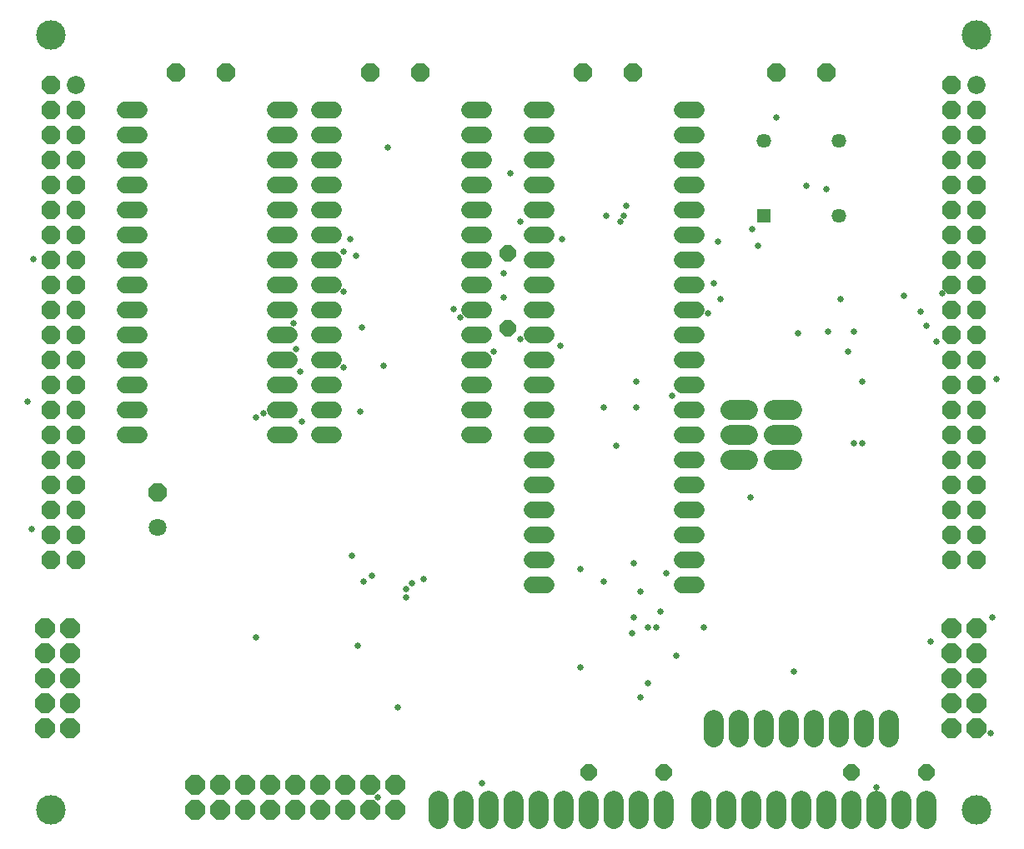
<source format=gbr>
G04 EAGLE Gerber RS-274X export*
G75*
%MOMM*%
%FSLAX34Y34*%
%LPD*%
%INSoldermask Top*%
%IPPOS*%
%AMOC8*
5,1,8,0,0,1.08239X$1,22.5*%
G01*
%ADD10C,3.003200*%
%ADD11C,1.849119*%
%ADD12P,2.001468X8X292.500000*%
%ADD13P,1.951982X8X202.500000*%
%ADD14P,1.951982X8X22.500000*%
%ADD15P,1.803519X8X292.500000*%
%ADD16P,1.951982X8X112.500000*%
%ADD17C,1.803400*%
%ADD18C,1.666238*%
%ADD19P,2.199416X8X22.500000*%
%ADD20C,2.032000*%
%ADD21C,1.463200*%
%ADD22R,1.463200X1.463200*%
%ADD23P,1.803519X8X22.500000*%
%ADD24P,2.199416X8X292.500000*%
%ADD25C,0.655600*%


D10*
X38100Y825500D03*
X977900Y825500D03*
X977900Y38100D03*
X38100Y38100D03*
D11*
X63500Y774700D03*
D12*
X38100Y774700D03*
X63500Y749300D03*
X38100Y749300D03*
X63500Y723900D03*
X38100Y723900D03*
X63500Y698500D03*
X38100Y698500D03*
X63500Y673100D03*
X38100Y673100D03*
X63500Y647700D03*
X38100Y647700D03*
X63500Y622300D03*
X38100Y622300D03*
X63500Y596900D03*
X38100Y596900D03*
X63500Y571500D03*
X38100Y571500D03*
X63500Y546100D03*
X38100Y546100D03*
X63500Y520700D03*
X38100Y520700D03*
X63500Y495300D03*
X38100Y495300D03*
X63500Y469900D03*
X38100Y469900D03*
X63500Y444500D03*
X38100Y444500D03*
X63500Y419100D03*
X38100Y419100D03*
X63500Y393700D03*
X38100Y393700D03*
X63500Y368300D03*
X38100Y368300D03*
X63500Y342900D03*
X38100Y342900D03*
X63500Y317500D03*
X38100Y317500D03*
X63500Y292100D03*
X38100Y292100D03*
D11*
X977900Y774700D03*
D12*
X952500Y774700D03*
X977900Y749300D03*
X952500Y749300D03*
X977900Y723900D03*
X952500Y723900D03*
X977900Y698500D03*
X952500Y698500D03*
X977900Y673100D03*
X952500Y673100D03*
X977900Y647700D03*
X952500Y647700D03*
X977900Y622300D03*
X952500Y622300D03*
X977900Y596900D03*
X952500Y596900D03*
X977900Y571500D03*
X952500Y571500D03*
X977900Y546100D03*
X952500Y546100D03*
X977900Y520700D03*
X952500Y520700D03*
X977900Y495300D03*
X952500Y495300D03*
X977900Y469900D03*
X952500Y469900D03*
X977900Y444500D03*
X952500Y444500D03*
X977900Y419100D03*
X952500Y419100D03*
X977900Y393700D03*
X952500Y393700D03*
X977900Y368300D03*
X952500Y368300D03*
X977900Y342900D03*
X952500Y342900D03*
X977900Y317500D03*
X952500Y317500D03*
X977900Y292100D03*
X952500Y292100D03*
D13*
X215900Y787400D03*
X165100Y787400D03*
X412750Y787400D03*
X361950Y787400D03*
D14*
X774700Y787400D03*
X825500Y787400D03*
X577850Y787400D03*
X628650Y787400D03*
D15*
X501650Y603250D03*
X501650Y527050D03*
D16*
X146050Y360680D03*
D17*
X146050Y325120D03*
D18*
X526085Y749300D02*
X540715Y749300D01*
X540715Y723900D02*
X526085Y723900D01*
X526085Y596900D02*
X540715Y596900D01*
X540715Y571500D02*
X526085Y571500D01*
X526085Y698500D02*
X540715Y698500D01*
X540715Y673100D02*
X526085Y673100D01*
X526085Y622300D02*
X540715Y622300D01*
X540715Y647700D02*
X526085Y647700D01*
X526085Y546100D02*
X540715Y546100D01*
X540715Y520700D02*
X526085Y520700D01*
X526085Y495300D02*
X540715Y495300D01*
X540715Y469900D02*
X526085Y469900D01*
X526085Y444500D02*
X540715Y444500D01*
X540715Y419100D02*
X526085Y419100D01*
X526085Y393700D02*
X540715Y393700D01*
X540715Y368300D02*
X526085Y368300D01*
X526085Y342900D02*
X540715Y342900D01*
X540715Y317500D02*
X526085Y317500D01*
X526085Y292100D02*
X540715Y292100D01*
X540715Y266700D02*
X526085Y266700D01*
X678485Y266700D02*
X693115Y266700D01*
X693115Y292100D02*
X678485Y292100D01*
X678485Y317500D02*
X693115Y317500D01*
X693115Y342900D02*
X678485Y342900D01*
X678485Y368300D02*
X693115Y368300D01*
X693115Y393700D02*
X678485Y393700D01*
X678485Y419100D02*
X693115Y419100D01*
X693115Y444500D02*
X678485Y444500D01*
X678485Y469900D02*
X693115Y469900D01*
X693115Y495300D02*
X678485Y495300D01*
X678485Y520700D02*
X693115Y520700D01*
X693115Y546100D02*
X678485Y546100D01*
X678485Y571500D02*
X693115Y571500D01*
X693115Y596900D02*
X678485Y596900D01*
X678485Y622300D02*
X693115Y622300D01*
X693115Y647700D02*
X678485Y647700D01*
X678485Y673100D02*
X693115Y673100D01*
X693115Y698500D02*
X678485Y698500D01*
X678485Y723900D02*
X693115Y723900D01*
X693115Y749300D02*
X678485Y749300D01*
D19*
X184150Y38100D03*
X209550Y38100D03*
X234950Y38100D03*
X260350Y38100D03*
X285750Y38100D03*
X311150Y38100D03*
X184150Y63500D03*
X209550Y63500D03*
X234950Y63500D03*
X260350Y63500D03*
X285750Y63500D03*
X311150Y63500D03*
X336550Y38100D03*
X361950Y38100D03*
X336550Y63500D03*
X361950Y63500D03*
X387350Y38100D03*
X387350Y63500D03*
D18*
X127965Y749300D02*
X113335Y749300D01*
X113335Y723900D02*
X127965Y723900D01*
X127965Y698500D02*
X113335Y698500D01*
X113335Y673100D02*
X127965Y673100D01*
X127965Y647700D02*
X113335Y647700D01*
X113335Y622300D02*
X127965Y622300D01*
X127965Y596900D02*
X113335Y596900D01*
X113335Y571500D02*
X127965Y571500D01*
X127965Y546100D02*
X113335Y546100D01*
X113335Y520700D02*
X127965Y520700D01*
X127965Y495300D02*
X113335Y495300D01*
X113335Y469900D02*
X127965Y469900D01*
X127965Y444500D02*
X113335Y444500D01*
X113335Y419100D02*
X127965Y419100D01*
X265735Y419100D02*
X280365Y419100D01*
X280365Y444500D02*
X265735Y444500D01*
X265735Y469900D02*
X280365Y469900D01*
X280365Y495300D02*
X265735Y495300D01*
X265735Y520700D02*
X280365Y520700D01*
X280365Y546100D02*
X265735Y546100D01*
X265735Y571500D02*
X280365Y571500D01*
X280365Y596900D02*
X265735Y596900D01*
X265735Y622300D02*
X280365Y622300D01*
X280365Y647700D02*
X265735Y647700D01*
X265735Y673100D02*
X280365Y673100D01*
X280365Y698500D02*
X265735Y698500D01*
X265735Y723900D02*
X280365Y723900D01*
X280365Y749300D02*
X265735Y749300D01*
X310185Y749300D02*
X324815Y749300D01*
X324815Y723900D02*
X310185Y723900D01*
X310185Y698500D02*
X324815Y698500D01*
X324815Y673100D02*
X310185Y673100D01*
X310185Y647700D02*
X324815Y647700D01*
X324815Y622300D02*
X310185Y622300D01*
X310185Y596900D02*
X324815Y596900D01*
X324815Y571500D02*
X310185Y571500D01*
X310185Y546100D02*
X324815Y546100D01*
X324815Y520700D02*
X310185Y520700D01*
X310185Y495300D02*
X324815Y495300D01*
X324815Y469900D02*
X310185Y469900D01*
X310185Y444500D02*
X324815Y444500D01*
X324815Y419100D02*
X310185Y419100D01*
X462585Y419100D02*
X477215Y419100D01*
X477215Y444500D02*
X462585Y444500D01*
X462585Y469900D02*
X477215Y469900D01*
X477215Y495300D02*
X462585Y495300D01*
X462585Y520700D02*
X477215Y520700D01*
X477215Y546100D02*
X462585Y546100D01*
X462585Y571500D02*
X477215Y571500D01*
X477215Y596900D02*
X462585Y596900D01*
X462585Y622300D02*
X477215Y622300D01*
X477215Y647700D02*
X462585Y647700D01*
X462585Y673100D02*
X477215Y673100D01*
X477215Y698500D02*
X462585Y698500D01*
X462585Y723900D02*
X477215Y723900D01*
X477215Y749300D02*
X462585Y749300D01*
D20*
X771906Y393700D02*
X790194Y393700D01*
X790194Y419100D02*
X771906Y419100D01*
X771906Y444500D02*
X790194Y444500D01*
X745744Y393700D02*
X727456Y393700D01*
X727456Y419100D02*
X745744Y419100D01*
X745744Y444500D02*
X727456Y444500D01*
D21*
X762000Y717550D03*
X838200Y717550D03*
X838200Y641350D03*
D22*
X762000Y641350D03*
D20*
X431800Y47244D02*
X431800Y28956D01*
X457200Y28956D02*
X457200Y47244D01*
X482600Y47244D02*
X482600Y28956D01*
X508000Y28956D02*
X508000Y47244D01*
X533400Y47244D02*
X533400Y28956D01*
X558800Y28956D02*
X558800Y47244D01*
X584200Y47244D02*
X584200Y28956D01*
X609600Y28956D02*
X609600Y47244D01*
X635000Y47244D02*
X635000Y28956D01*
X660400Y28956D02*
X660400Y47244D01*
X698500Y47244D02*
X698500Y28956D01*
X723900Y28956D02*
X723900Y47244D01*
X749300Y47244D02*
X749300Y28956D01*
X774700Y28956D02*
X774700Y47244D01*
X800100Y47244D02*
X800100Y28956D01*
X825500Y28956D02*
X825500Y47244D01*
X850900Y47244D02*
X850900Y28956D01*
X876300Y28956D02*
X876300Y47244D01*
X901700Y47244D02*
X901700Y28956D01*
X927100Y28956D02*
X927100Y47244D01*
D23*
X584200Y76200D03*
X660400Y76200D03*
X850900Y76200D03*
X927100Y76200D03*
D24*
X31750Y222250D03*
X31750Y196850D03*
X31750Y171450D03*
X31750Y146050D03*
X31750Y120650D03*
X57150Y222250D03*
X57150Y196850D03*
X57150Y171450D03*
X57150Y146050D03*
X57150Y120650D03*
X952500Y222250D03*
X952500Y196850D03*
X952500Y171450D03*
X952500Y146050D03*
X952500Y120650D03*
X977900Y222250D03*
X977900Y196850D03*
X977900Y171450D03*
X977900Y146050D03*
X977900Y120650D03*
D20*
X889000Y129794D02*
X889000Y111506D01*
X863600Y111506D02*
X863600Y129794D01*
X838200Y129794D02*
X838200Y111506D01*
X812800Y111506D02*
X812800Y129794D01*
X787400Y129794D02*
X787400Y111506D01*
X762000Y111506D02*
X762000Y129794D01*
X736600Y129794D02*
X736600Y111506D01*
X711200Y111506D02*
X711200Y129794D01*
D25*
X804672Y672592D03*
X875792Y60960D03*
X796544Y522224D03*
X18288Y323088D03*
X629920Y233680D03*
X416560Y272288D03*
X375920Y489712D03*
X347472Y601472D03*
X284480Y532384D03*
X497840Y583184D03*
X353568Y528320D03*
X14224Y453136D03*
X447040Y546608D03*
X497840Y558800D03*
X286512Y505968D03*
X379984Y711200D03*
X335280Y564896D03*
X398272Y262128D03*
X290576Y483616D03*
X621792Y652272D03*
X390144Y142240D03*
X556768Y617728D03*
X514096Y516128D03*
X20320Y597408D03*
X245872Y436880D03*
X355600Y270256D03*
X351536Y442976D03*
X615696Y636016D03*
X554736Y510032D03*
X398272Y254000D03*
X292608Y432816D03*
X254000Y440944D03*
X349504Y205232D03*
X343408Y296672D03*
X335280Y487680D03*
X711200Y573024D03*
X404368Y268224D03*
X514096Y636016D03*
X363728Y276352D03*
X487680Y503936D03*
X453136Y538480D03*
X861568Y410464D03*
X861568Y473456D03*
X715264Y615696D03*
X503936Y684784D03*
X853440Y410464D03*
X853440Y524256D03*
X749808Y627888D03*
X717296Y556768D03*
X575056Y282448D03*
X575056Y182880D03*
X631952Y473456D03*
X631952Y447040D03*
X619760Y642112D03*
X599440Y447040D03*
X599440Y270256D03*
X705104Y542544D03*
X611632Y408432D03*
X920496Y544576D03*
X701040Y223520D03*
X672592Y195072D03*
X644144Y166624D03*
X774192Y741680D03*
X755904Y611632D03*
X827024Y524256D03*
X636016Y260096D03*
X926592Y530352D03*
X652272Y223520D03*
X668528Y459232D03*
X662432Y278384D03*
X656336Y239776D03*
X942848Y562864D03*
X904240Y560832D03*
X847344Y503936D03*
X644144Y223520D03*
X636016Y152400D03*
X993648Y233680D03*
X991616Y115824D03*
X997712Y475488D03*
X627888Y217424D03*
X475488Y65024D03*
X369824Y50800D03*
X335280Y605536D03*
X341376Y617728D03*
X601472Y642112D03*
X936752Y514096D03*
X245872Y213360D03*
X629920Y288544D03*
X747776Y355600D03*
X930656Y209296D03*
X824992Y668528D03*
X839216Y556768D03*
X792480Y178816D03*
M02*

</source>
